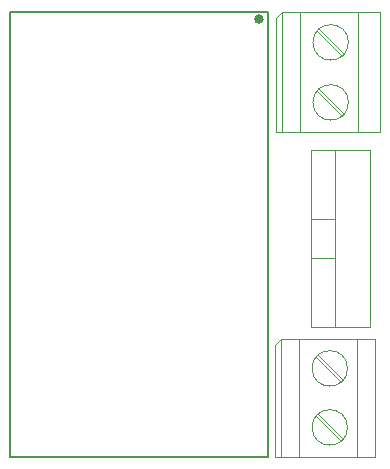
<source format=gbr>
G04 #@! TF.GenerationSoftware,KiCad,Pcbnew,5.1.7-a382d34a8~88~ubuntu18.04.1*
G04 #@! TF.CreationDate,2021-11-19T22:51:01+05:30*
G04 #@! TF.ProjectId,BackEnd_HeavyDevice_v5,4261636b-456e-4645-9f48-656176794465,rev?*
G04 #@! TF.SameCoordinates,Original*
G04 #@! TF.FileFunction,Other,Fab,Top*
%FSLAX46Y46*%
G04 Gerber Fmt 4.6, Leading zero omitted, Abs format (unit mm)*
G04 Created by KiCad (PCBNEW 5.1.7-a382d34a8~88~ubuntu18.04.1) date 2021-11-19 22:51:01*
%MOMM*%
%LPD*%
G01*
G04 APERTURE LIST*
%ADD10C,0.400000*%
%ADD11C,0.127000*%
%ADD12C,0.100000*%
G04 APERTURE END LIST*
D10*
X140695000Y-97889000D02*
G75*
G03*
X140695000Y-97889000I-200000J0D01*
G01*
D11*
X119429000Y-134973000D02*
X119429000Y-97293000D01*
X141241000Y-134973000D02*
X119429000Y-134973000D01*
X141257000Y-97293000D02*
X141241000Y-134973000D01*
X119429000Y-97293000D02*
X141257000Y-97293000D01*
D12*
X148076000Y-99860100D02*
G75*
G03*
X148076000Y-99860100I-1500000J0D01*
G01*
X148076000Y-104940100D02*
G75*
G03*
X148076000Y-104940100I-1500000J0D01*
G01*
X150760000Y-97320100D02*
X150760000Y-107480100D01*
X150760000Y-107480100D02*
X141976000Y-107480100D01*
X141976000Y-107480100D02*
X141976000Y-97820100D01*
X141976000Y-97820100D02*
X142476000Y-97320100D01*
X142476000Y-97320100D02*
X150760000Y-97320100D01*
X142476000Y-97320100D02*
X142476000Y-107480100D01*
X143976000Y-97320100D02*
X143976000Y-107480100D01*
X148876000Y-97320100D02*
X148876000Y-107480100D01*
X147531000Y-100998100D02*
X145438000Y-98905100D01*
X147714000Y-100815100D02*
X145621000Y-98722100D01*
X147531000Y-106078100D02*
X145438000Y-103986100D01*
X147714000Y-105895100D02*
X145621000Y-103803100D01*
X147635000Y-133415000D02*
X145542000Y-131323000D01*
X147452000Y-133598000D02*
X145359000Y-131506000D01*
X147635000Y-128415000D02*
X145542000Y-126322000D01*
X147452000Y-128598000D02*
X145359000Y-126505000D01*
X148797000Y-124960000D02*
X148797000Y-134960000D01*
X143897000Y-124960000D02*
X143897000Y-134960000D01*
X142397000Y-124960000D02*
X142397000Y-134960000D01*
X142397000Y-124960000D02*
X150307000Y-124960000D01*
X141897000Y-125460000D02*
X142397000Y-124960000D01*
X141897000Y-134960000D02*
X141897000Y-125460000D01*
X150307000Y-134960000D02*
X141897000Y-134960000D01*
X150307000Y-124960000D02*
X150307000Y-134960000D01*
X147997000Y-132460000D02*
G75*
G03*
X147997000Y-132460000I-1500000J0D01*
G01*
X147997000Y-127460000D02*
G75*
G03*
X147997000Y-127460000I-1500000J0D01*
G01*
X144927000Y-114817000D02*
X146927000Y-114817000D01*
X144927000Y-118117000D02*
X146927000Y-118117000D01*
X146927000Y-123949000D02*
X146927000Y-108963000D01*
X144927000Y-109007000D02*
X144927000Y-123927000D01*
X149927000Y-109007000D02*
X144927000Y-109007000D01*
X149927000Y-123927000D02*
X149927000Y-109007000D01*
X144927000Y-123927000D02*
X149927000Y-123927000D01*
M02*

</source>
